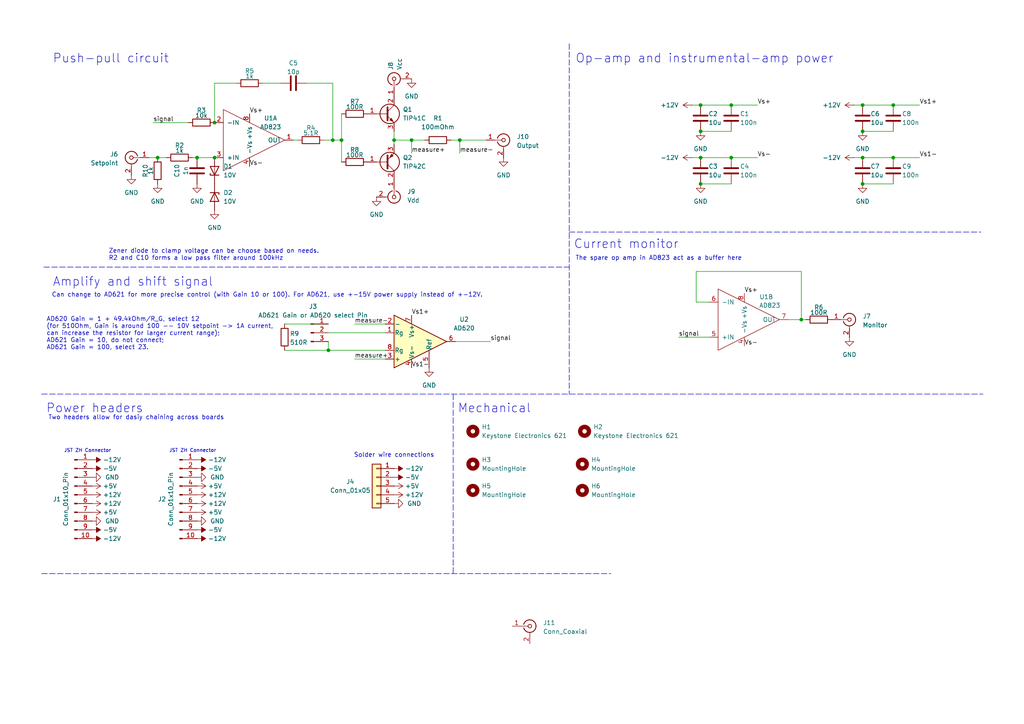
<source format=kicad_sch>
(kicad_sch (version 20250114) (generator "eeschema") (generator_version "9.0")
  (paper "A4")
  (title_block (title "???") (comment 1 "Designed by Jack Roth") (comment 2 "Compatible with Hammond Manufacturing series 1457"))
  (lib_symbols
    (symbol "Amplifier_Instrumentation:AD620" (pin_names (offset 0.127))
      (property "Reference" "U" (at 3.81 7.62 0))
      (property "Value" "AD620" (at 5.08 5.08 0))
      (symbol "AD620_0_1"
        (polyline (pts (xy -7.62 7.62) (xy -7.62 -7.62) (xy 7.62 0) (xy -7.62 7.62)) (stroke (width 0.254)) (fill (type background)))
      )
      (symbol "AD620_1_1"
        (pin input line (at -10.16 5.08 0) (length 2.54) (name "-") (number "2"))
        (pin passive line (at -10.16 2.54 0) (length 2.54) (name "Rg") (number "1"))
        (pin passive line (at -10.16 -2.54 0) (length 2.54) (name "Rg") (number "8"))
        (pin input line (at -10.16 -5.08 0) (length 2.54) (name "+") (number "3"))
        (pin power_in line (at -2.54 7.62 270) (length 2.54) (name "Vs+") (number "7"))
        (pin power_in line (at -2.54 -7.62 90) (length 2.54) (name "Vs-") (number "4"))
        (pin passive line (at 2.54 -7.62 90) (length 5.08) (name "Ref") (number "5"))
        (pin output line (at 10.16 0 180) (length 2.54) (name "~") (number "6"))
      )
    )
    (symbol "Connector:Conn_01x03_Pin" (pin_names (offset 1.016) (hide yes))
      (property "Reference" "J" (at 0 5.08 0))
      (property "Value" "Conn_01x03_Pin" (at 0 -5.08 0))
      (symbol "Conn_01x03_Pin_1_1"
        (rectangle (start 0.8636 2.667) (end 0 2.413) (stroke (width 0.1524)) (fill (type outline)))
        (rectangle (start 0.8636 0.127) (end 0 -0.127) (stroke (width 0.1524)) (fill (type outline)))
        (rectangle (start 0.8636 -2.413) (end 0 -2.667) (stroke (width 0.1524)) (fill (type outline)))
        (polyline (pts (xy 1.27 2.54) (xy 0.8636 2.54)) (stroke (width 0.1524)))
        (polyline (pts (xy 1.27 0) (xy 0.8636 0)) (stroke (width 0.1524)))
        (polyline (pts (xy 1.27 -2.54) (xy 0.8636 -2.54)) (stroke (width 0.1524)))
        (pin passive line (at 5.08 2.54 180) (length 3.81) (name "Pin_1") (number "1"))
        (pin passive line (at 5.08 0 180) (length 3.81) (name "Pin_2") (number "2"))
        (pin passive line (at 5.08 -2.54 180) (length 3.81) (name "Pin_3") (number "3"))
      )
    )
    (symbol "Connector:Conn_01x10_Pin" (pin_names (offset 1.016) (hide yes))
      (property "Reference" "J" (at 0 12.7 0))
      (property "Value" "Conn_01x10_Pin" (at 0 -15.24 0))
      (symbol "Conn_01x10_Pin_1_1"
        (rectangle (start 0.8636 10.287) (end 0 10.033) (stroke (width 0.1524)) (fill (type outline)))
        (rectangle (start 0.8636 7.747) (end 0 7.493) (stroke (width 0.1524)) (fill (type outline)))
        (rectangle (start 0.8636 5.207) (end 0 4.953) (stroke (width 0.1524)) (fill (type outline)))
        (rectangle (start 0.8636 2.667) (end 0 2.413) (stroke (width 0.1524)) (fill (type outline)))
        (rectangle (start 0.8636 0.127) (end 0 -0.127) (stroke (width 0.1524)) (fill (type outline)))
        (rectangle (start 0.8636 -2.413) (end 0 -2.667) (stroke (width 0.1524)) (fill (type outline)))
        (rectangle (start 0.8636 -4.953) (end 0 -5.207) (stroke (width 0.1524)) (fill (type outline)))
        (rectangle (start 0.8636 -7.493) (end 0 -7.747) (stroke (width 0.1524)) (fill (type outline)))
        (rectangle (start 0.8636 -10.033) (end 0 -10.287) (stroke (width 0.1524)) (fill (type outline)))
        (rectangle (start 0.8636 -12.573) (end 0 -12.827) (stroke (width 0.1524)) (fill (type outline)))
        (polyline (pts (xy 1.27 10.16) (xy 0.8636 10.16)) (stroke (width 0.1524)))
        (polyline (pts (xy 1.27 7.62) (xy 0.8636 7.62)) (stroke (width 0.1524)))
        (polyline (pts (xy 1.27 5.08) (xy 0.8636 5.08)) (stroke (width 0.1524)))
        (polyline (pts (xy 1.27 2.54) (xy 0.8636 2.54)) (stroke (width 0.1524)))
        (polyline (pts (xy 1.27 0) (xy 0.8636 0)) (stroke (width 0.1524)))
        (polyline (pts (xy 1.27 -2.54) (xy 0.8636 -2.54)) (stroke (width 0.1524)))
        (polyline (pts (xy 1.27 -5.08) (xy 0.8636 -5.08)) (stroke (width 0.1524)))
        (polyline (pts (xy 1.27 -7.62) (xy 0.8636 -7.62)) (stroke (width 0.1524)))
        (polyline (pts (xy 1.27 -10.16) (xy 0.8636 -10.16)) (stroke (width 0.1524)))
        (polyline (pts (xy 1.27 -12.7) (xy 0.8636 -12.7)) (stroke (width 0.1524)))
        (pin passive line (at 5.08 10.16 180) (length 3.81) (name "Pin_1") (number "1"))
        (pin passive line (at 5.08 7.62 180) (length 3.81) (name "Pin_2") (number "2"))
        (pin passive line (at 5.08 5.08 180) (length 3.81) (name "Pin_3") (number "3"))
        (pin passive line (at 5.08 2.54 180) (length 3.81) (name "Pin_4") (number "4"))
        (pin passive line (at 5.08 0 180) (length 3.81) (name "Pin_5") (number "5"))
        (pin passive line (at 5.08 -2.54 180) (length 3.81) (name "Pin_6") (number "6"))
        (pin passive line (at 5.08 -5.08 180) (length 3.81) (name "Pin_7") (number "7"))
        (pin passive line (at 5.08 -7.62 180) (length 3.81) (name "Pin_8") (number "8"))
        (pin passive line (at 5.08 -10.16 180) (length 3.81) (name "Pin_9") (number "9"))
        (pin passive line (at 5.08 -12.7 180) (length 3.81) (name "Pin_10") (number "10"))
      )
    )
    (symbol "Connector:Conn_Coaxial" (pin_names (offset 1.016) (hide yes))
      (property "Reference" "J" (at 0.254 3.048 0))
      (property "Value" "Conn_Coaxial" (at 2.921 0 90))
      (symbol "Conn_Coaxial_0_1"
        (polyline (pts (xy -2.54 0) (xy -0.508 0)))
        (arc (start 1.778 0) (mid 0.222 -1.8079) (end -1.778 -0.508) (stroke (width 0.254)))
        (arc (start -1.778 0.508) (mid 0.2221 1.8084) (end 1.778 0) (stroke (width 0.254)))
        (circle (center 0 0) (radius 0.508) (stroke (width 0.2032)))
        (polyline (pts (xy 0 -2.54) (xy 0 -1.778)))
      )
      (symbol "Conn_Coaxial_1_1"
        (pin passive line (at -5.08 0 0) (length 2.54) (name "In") (number "1"))
        (pin passive line (at 0 -5.08 90) (length 2.54) (name "Ext") (number "2"))
      )
    )
    (symbol "Connector_Generic:Conn_01x05" (pin_names (offset 1.016) (hide yes))
      (property "Reference" "J" (at 0 7.62 0))
      (property "Value" "Conn_01x05" (at 0 -7.62 0))
      (symbol "Conn_01x05_1_1"
        (rectangle (start -1.27 6.35) (end 1.27 -6.35) (stroke (width 0.254)) (fill (type background)))
        (rectangle (start -1.27 5.207) (end 0 4.953) (stroke (width 0.1524)))
        (rectangle (start -1.27 2.667) (end 0 2.413) (stroke (width 0.1524)))
        (rectangle (start -1.27 0.127) (end 0 -0.127) (stroke (width 0.1524)))
        (rectangle (start -1.27 -2.413) (end 0 -2.667) (stroke (width 0.1524)))
        (rectangle (start -1.27 -4.953) (end 0 -5.207) (stroke (width 0.1524)))
        (pin passive line (at -5.08 5.08 0) (length 3.81) (name "Pin_1") (number "1"))
        (pin passive line (at -5.08 2.54 0) (length 3.81) (name "Pin_2") (number "2"))
        (pin passive line (at -5.08 0 0) (length 3.81) (name "Pin_3") (number "3"))
        (pin passive line (at -5.08 -2.54 0) (length 3.81) (name "Pin_4") (number "4"))
        (pin passive line (at -5.08 -5.08 0) (length 3.81) (name "Pin_5") (number "5"))
      )
    )
    (symbol "Device:C" (pin_numbers (hide yes)) (pin_names (offset 0.254))
      (property "Reference" "C" (at 0.635 2.54 0))
      (property "Value" "C" (at 0.635 -2.54 0))
      (symbol "C_0_1"
        (polyline (pts (xy -2.032 0.762) (xy 2.032 0.762)) (stroke (width 0.508)))
        (polyline (pts (xy -2.032 -0.762) (xy 2.032 -0.762)) (stroke (width 0.508)))
      )
      (symbol "C_1_1"
        (pin passive line (at 0 3.81 270) (length 2.794) (name "~") (number "1"))
        (pin passive line (at 0 -3.81 90) (length 2.794) (name "~") (number "2"))
      )
    )
    (symbol "Device:D_Zener" (pin_numbers (hide yes)) (pin_names (offset 1.016) (hide yes))
      (property "Reference" "D" (at 0 2.54 0))
      (property "Value" "D_Zener" (at 0 -2.54 0))
      (symbol "D_Zener_0_1"
        (polyline (pts (xy -1.27 -1.27) (xy -1.27 1.27) (xy -0.762 1.27)) (stroke (width 0.254)))
        (polyline (pts (xy 1.27 0) (xy -1.27 0)))
        (polyline (pts (xy 1.27 -1.27) (xy 1.27 1.27) (xy -1.27 0) (xy 1.27 -1.27)) (stroke (width 0.254)))
      )
      (symbol "D_Zener_1_1"
        (pin passive line (at -3.81 0 0) (length 2.54) (name "K") (number "1"))
        (pin passive line (at 3.81 0 180) (length 2.54) (name "A") (number "2"))
      )
    )
    (symbol "Device:R" (pin_numbers (hide yes)) (pin_names (offset 0))
      (property "Reference" "R" (at 2.032 0 90))
      (property "Value" "R" (at 0 0 90))
      (symbol "R_0_1"
        (rectangle (start -1.016 -2.54) (end 1.016 2.54) (stroke (width 0.254)))
      )
      (symbol "R_1_1"
        (pin passive line (at 0 3.81 270) (length 1.27) (name "~") (number "1"))
        (pin passive line (at 0 -3.81 90) (length 1.27) (name "~") (number "2"))
      )
    )
    (symbol "Mechanical:MountingHole" (pin_names (offset 1.016)) (exclude_from_sim yes) (in_bom no)
      (property "Reference" "H" (at 0 5.08 0))
      (property "Value" "MountingHole" (at 0 3.175 0))
      (symbol "MountingHole_0_1"
        (circle (center 0 0) (radius 1.27) (stroke (width 1.27)))
      )
    )
    (symbol "Transistor_BJT:TIP41C" (pin_names (offset 0) (hide yes))
      (property "Reference" "Q" (at 6.35 1.905 0))
      (property "Value" "TIP41C" (at 6.35 0 0))
      (symbol "TIP41C_0_1"
        (polyline (pts (xy -2.54 0) (xy 0.635 0)))
        (polyline (pts (xy 0.635 1.905) (xy 0.635 -1.905)) (stroke (width 0.508)))
        (circle (center 1.27 0) (radius 2.8194) (stroke (width 0.254)))
      )
      (symbol "TIP41C_1_1"
        (polyline (pts (xy 0.635 0.635) (xy 2.54 2.54)))
        (polyline (pts (xy 0.635 -0.635) (xy 2.54 -2.54)))
        (polyline (pts (xy 1.27 -1.778) (xy 1.778 -1.27) (xy 2.286 -2.286) (xy 1.27 -1.778)) (fill (type outline)))
        (pin input line (at -5.08 0 0) (length 2.54) (name "B") (number "1"))
        (pin passive line (at 2.54 5.08 270) (length 2.54) (name "C") (number "2"))
        (pin passive line (at 2.54 -5.08 90) (length 2.54) (name "E") (number "3"))
      )
    )
    (symbol "Transistor_BJT:TIP42C" (pin_names (offset 0) (hide yes))
      (property "Reference" "Q" (at 6.35 1.905 0))
      (property "Value" "TIP42C" (at 6.35 0 0))
      (symbol "TIP42C_0_1"
        (polyline (pts (xy -2.54 0) (xy 0.635 0)))
        (polyline (pts (xy 0.635 1.905) (xy 0.635 -1.905)) (stroke (width 0.508)))
        (polyline (pts (xy 0.635 0.635) (xy 2.54 2.54)))
        (polyline (pts (xy 0.635 -0.635) (xy 2.54 -2.54)))
        (circle (center 1.27 0) (radius 2.8194) (stroke (width 0.254)))
        (polyline (pts (xy 2.286 -1.778) (xy 1.778 -2.286) (xy 1.27 -1.27) (xy 2.286 -1.778)) (fill (type outline)))
      )
      (symbol "TIP42C_1_1"
        (pin input line (at -5.08 0 0) (length 2.54) (name "B") (number "1"))
        (pin passive line (at 2.54 5.08 270) (length 2.54) (name "C") (number "2"))
        (pin passive line (at 2.54 -5.08 90) (length 2.54) (name "E") (number "3"))
      )
    )
    (symbol "matterwaves_symbol:AD823" (pin_names (offset 1.016))
      (property "Reference" "U" (at -11.43 1.27 0))
      (property "Value" "AD823" (at -11.43 -1.27 0))
      (symbol "AD823_0_1"
        (polyline (pts (xy 10.16 0) (xy -7.62 -8.89) (xy -7.62 8.89) (xy 10.16 0)))
        (pin passive line (at 0 7.62 270) (length 2.54) (name "+Vs") (number "8"))
        (pin passive line (at 0 -7.62 90) (length 2.54) (name "-Vs") (number "4"))
      )
      (symbol "AD823_1_1"
        (pin passive line (at -10.16 5.08 0) (length 2.54) (name "-IN") (number "2"))
        (pin passive line (at -10.16 -5.08 0) (length 2.54) (name "+IN") (number "3"))
        (pin passive line (at 12.7 0 180) (length 2.54) (name "OUT") (number "1"))
      )
      (symbol "AD823_2_1"
        (pin passive line (at -10.16 5.08 0) (length 2.54) (name "-IN") (number "6"))
        (pin passive line (at -10.16 -5.08 0) (length 2.54) (name "+IN") (number "5"))
        (pin passive line (at 12.7 0 180) (length 2.54) (name "OUT") (number "7"))
      )
    )
    (symbol "power:+12V" (power) (pin_numbers (hide yes)) (pin_names (offset 0) (hide yes))
      (property "Value" "+12V" (at 0 3.556 0))
      (symbol "+12V_0_1"
        (polyline (pts (xy -0.762 1.27) (xy 0 2.54)))
        (polyline (pts (xy 0 2.54) (xy 0.762 1.27)))
        (polyline (pts (xy 0 0) (xy 0 2.54)))
      )
      (symbol "+12V_1_1"
        (pin power_in line (at 0 0 90) (length 0) (name "~") (number "1"))
      )
    )
    (symbol "power:+5V" (power) (pin_numbers (hide yes)) (pin_names (offset 0) (hide yes))
      (property "Value" "+5V" (at 0 3.556 0))
      (symbol "+5V_0_1"
        (polyline (pts (xy -0.762 1.27) (xy 0 2.54)))
        (polyline (pts (xy 0 2.54) (xy 0.762 1.27)))
        (polyline (pts (xy 0 0) (xy 0 2.54)))
      )
      (symbol "+5V_1_1"
        (pin power_in line (at 0 0 90) (length 0) (name "~") (number "1"))
      )
    )
    (symbol "power:-12V" (power) (pin_numbers (hide yes)) (pin_names (offset 0) (hide yes))
      (property "Value" "-12V" (at 0 3.556 0))
      (symbol "-12V_0_0"
        (pin power_in line (at 0 0 90) (length 0) (name "~") (number "1"))
      )
      (symbol "-12V_0_1"
        (polyline (pts (xy 0 0) (xy 0 1.27) (xy 0.762 1.27) (xy 0 2.54) (xy -0.762 1.27) (xy 0 1.27)) (fill (type outline)))
      )
    )
    (symbol "power:-5V" (power) (pin_numbers (hide yes)) (pin_names (offset 0) (hide yes))
      (property "Value" "-5V" (at 0 3.556 0))
      (symbol "-5V_0_0"
        (pin power_in line (at 0 0 90) (length 0) (name "~") (number "1"))
      )
      (symbol "-5V_0_1"
        (polyline (pts (xy 0 0) (xy 0 1.27) (xy 0.762 1.27) (xy 0 2.54) (xy -0.762 1.27) (xy 0 1.27)) (fill (type outline)))
      )
    )
    (symbol "power:GND" (power) (pin_numbers (hide yes)) (pin_names (offset 0) (hide yes))
      (property "Value" "GND" (at 0 -3.81 0))
      (symbol "GND_0_1"
        (polyline (pts (xy 0 0) (xy 0 -1.27) (xy 1.27 -1.27) (xy 0 -2.54) (xy -1.27 -1.27) (xy 0 -1.27)))
      )
      (symbol "GND_1_1"
        (pin power_in line (at 0 0 270) (length 0) (name "~") (number "1"))
      )
    )
  )
  (text "Solder wire connections" (at 114.3 132.08 0) (effects (font (size 1.27 1.27))))
  (text "Amplify and shift signal" (at 15.24 83.312 0) (effects (font (size 2.54 2.54)) (justify left bottom)))
  (text "The spare op amp in AD823 act as a buffer here" (at 166.878 75.692 0) (effects (font (size 1.27 1.27)) (justify left bottom)))
  (text "AD620 Gain = 1 + 49.4kOhm/R_G, select 12\n(for 510Ohm, Gain is around 100 -- 10V setpoint -> 1A current, \ncan increase the resistor for larger current range);\nAD621 Gain = 10, do not connect;\nAD621 Gain = 100, select 23." (at 13.462 101.6 0) (effects (font (size 1.27 1.27)) (justify left bottom)))
  (text "Push-pull circuit" (at 15.24 18.542 0) (effects (font (size 2.54 2.54)) (justify left bottom)))
  (text "Mechanical" (at 132.715 120.015 0) (effects (font (size 2.54 2.54)) (justify left bottom)))
  (text "Zener diode to clamp voltage can be choose based on needs.\nR2 and C10 forms a low pass filter around 100kHz" (at 31.496 75.692 0) (effects (font (size 1.27 1.27)) (justify left bottom)))
  (text "JST ZH Connector" (at 55.88 130.81 0) (effects (font (size 1 1))))
  (text "Op-amp and instrumental-amp power" (at 166.878 18.542 0) (effects (font (size 2.54 2.54)) (justify left bottom)))
  (text "Power headers" (at 13.335 120.015 0) (effects (font (size 2.54 2.54)) (justify left bottom)))
  (text "Two headers allow for dasiy chaining across boards" (at 13.97 121.92 0) (effects (font (size 1.27 1.27)) (justify left bottom)))
  (text "Can change to AD621 for more precise control (with Gain 10 or 100). For AD621, use +-15V power supply instead of +-12V." (at 14.986 86.36 0) (effects (font (size 1.27 1.27)) (justify left bottom)))
  (text "Current monitor" (at 166.37 72.39 0) (effects (font (size 2.54 2.54)) (justify left bottom)))
  (text "JST ZH Connector" (at 25.4 130.81 0) (effects (font (size 1 1))))
  (junction (at 212.09 45.72))
  (junction (at 203.2 38.1))
  (junction (at 114.3 40.64))
  (junction (at 57.15 45.72))
  (junction (at 62.23 45.72))
  (junction (at 212.09 30.48))
  (junction (at 259.08 30.48))
  (junction (at 203.2 45.72))
  (junction (at 250.19 45.72))
  (junction (at 203.2 53.34))
  (junction (at 133.35 40.64))
  (junction (at 250.19 38.1))
  (junction (at 259.08 45.72))
  (junction (at 119.38 40.64))
  (junction (at 250.19 30.48))
  (junction (at 45.72 45.72))
  (junction (at 203.2 30.48))
  (junction (at 99.06 40.64))
  (junction (at 232.41 92.71))
  (junction (at 95.25 101.6))
  (junction (at 62.23 35.56))
  (junction (at 96.52 40.64))
  (junction (at 250.19 53.34))
  (wire (pts (xy 119.38 40.64) (xy 123.19 40.64)))
  (wire (pts (xy 44.45 35.56) (xy 54.61 35.56)))
  (wire (pts (xy 102.87 104.14) (xy 111.76 104.14)))
  (wire (pts (xy 133.35 40.64) (xy 140.97 40.64)))
  (wire (pts (xy 250.19 38.1) (xy 259.08 38.1)))
  (polyline (pts (xy 12.065 166.37) (xy 177.165 166.37)) (stroke (width 0) (type dash)))
  (polyline (pts (xy 165.1 12.7) (xy 165.1 114.3)) (stroke (width 0) (type dash)))
  (wire (pts (xy 95.25 96.52) (xy 111.76 96.52)))
  (polyline (pts (xy 165.1 67.31) (xy 284.48 67.31)) (stroke (width 0) (type dash)))
  (wire (pts (xy 266.7 30.48) (xy 259.08 30.48)))
  (wire (pts (xy 250.19 30.48) (xy 247.65 30.48)))
  (wire (pts (xy 81.28 24.13) (xy 76.2 24.13)))
  (wire (pts (xy 119.38 44.45) (xy 119.38 40.64)))
  (wire (pts (xy 219.71 30.48) (xy 212.09 30.48)))
  (wire (pts (xy 201.93 87.63) (xy 201.93 78.74)))
  (wire (pts (xy 95.25 101.6) (xy 111.76 101.6)))
  (wire (pts (xy 99.06 33.02) (xy 99.06 40.64)))
  (wire (pts (xy 228.6 92.71) (xy 232.41 92.71)))
  (wire (pts (xy 130.81 40.64) (xy 133.35 40.64)))
  (wire (pts (xy 85.09 40.64) (xy 86.36 40.64)))
  (wire (pts (xy 196.85 97.79) (xy 205.74 97.79)))
  (wire (pts (xy 99.06 40.64) (xy 99.06 46.99)))
  (wire (pts (xy 114.3 40.64) (xy 119.38 40.64)))
  (wire (pts (xy 102.87 93.98) (xy 111.76 93.98)))
  (polyline (pts (xy 12.7 77.47) (xy 165.1 77.47)) (stroke (width 0) (type dash)))
  (polyline (pts (xy 131.445 114.3) (xy 131.445 166.37)) (stroke (width 0) (type dash)))
  (wire (pts (xy 82.55 101.6) (xy 95.25 101.6)))
  (polyline (pts (xy 12.065 114.3) (xy 285.115 114.3)) (stroke (width 0) (type dash)))
  (wire (pts (xy 133.35 44.45) (xy 133.35 40.64)))
  (wire (pts (xy 88.9 24.13) (xy 96.52 24.13)))
  (wire (pts (xy 203.2 38.1) (xy 212.09 38.1)))
  (wire (pts (xy 212.09 30.48) (xy 203.2 30.48)))
  (wire (pts (xy 232.41 78.74) (xy 232.41 92.71)))
  (wire (pts (xy 259.08 45.72) (xy 250.19 45.72)))
  (wire (pts (xy 212.09 45.72) (xy 203.2 45.72)))
  (wire (pts (xy 95.25 99.06) (xy 95.25 101.6)))
  (wire (pts (xy 62.23 24.13) (xy 68.58 24.13)))
  (wire (pts (xy 142.24 99.06) (xy 132.08 99.06)))
  (wire (pts (xy 43.18 45.72) (xy 45.72 45.72)))
  (wire (pts (xy 233.68 92.71) (xy 232.41 92.71)))
  (wire (pts (xy 96.52 40.64) (xy 99.06 40.64)))
  (wire (pts (xy 250.19 45.72) (xy 247.65 45.72)))
  (wire (pts (xy 259.08 30.48) (xy 250.19 30.48)))
  (wire (pts (xy 96.52 24.13) (xy 96.52 40.64)))
  (wire (pts (xy 55.88 45.72) (xy 57.15 45.72)))
  (wire (pts (xy 250.19 53.34) (xy 259.08 53.34)))
  (wire (pts (xy 62.23 35.56) (xy 62.23 24.13)))
  (wire (pts (xy 201.93 78.74) (xy 232.41 78.74)))
  (wire (pts (xy 114.3 38.1) (xy 114.3 40.64)))
  (wire (pts (xy 219.71 45.72) (xy 212.09 45.72)))
  (wire (pts (xy 203.2 45.72) (xy 200.66 45.72)))
  (wire (pts (xy 45.72 45.72) (xy 48.26 45.72)))
  (wire (pts (xy 57.15 45.72) (xy 62.23 45.72)))
  (wire (pts (xy 266.7 45.72) (xy 259.08 45.72)))
  (wire (pts (xy 82.55 93.98) (xy 95.25 93.98)))
  (wire (pts (xy 203.2 30.48) (xy 200.66 30.48)))
  (wire (pts (xy 114.3 40.64) (xy 114.3 41.91)))
  (wire (pts (xy 96.52 40.64) (xy 93.98 40.64)))
  (wire (pts (xy 203.2 53.34) (xy 212.09 53.34)))
  (wire (pts (xy 205.74 87.63) (xy 201.93 87.63)))
  (label "Vs1-" (at 266.7 45.72 0))
  (label "signal" (at 196.85 97.79 0))
  (label "Vs-" (at 215.9 100.33 0))
  (label "Vs+" (at 215.9 85.09 0))
  (label "Vs-" (at 72.39 48.26 0))
  (label "Vs-" (at 219.71 45.72 0))
  (label "measure+" (at 119.38 44.45 0))
  (label "signal" (at 142.24 99.06 0))
  (label "Vs1+" (at 266.7 30.48 0))
  (label "Vs+" (at 219.71 30.48 0))
  (label "measure+" (at 102.87 104.14 0))
  (label "signal" (at 44.45 35.56 0))
  (label "Vs1-" (at 119.38 106.68 0))
  (label "measure-" (at 102.87 93.98 0))
  (label "measure-" (at 133.35 44.45 0))
  (label "Vs+" (at 72.39 33.02 0))
  (label "Vs1+" (at 119.38 91.44 0))
  (symbol (lib_id "power:-12V") (at 114.3 135.89 270) (unit 1)
    (property "Reference" "#PWR023" (effects (hide yes)))
    (property "Value" "-12V" (at 117.475 135.89 90) (effects (justify left)))
    (property "Description" "Power symbol creates a global label with name \"-12V\"" (effects (hide yes)))
  )
  (symbol (lib_id "power:GND") (at 250.19 38.1 0) (unit 1)
    (property "Reference" "#PWR043" (effects (hide yes)))
    (property "Value" "GND" (at 250.19 43.18 0))
    (property "Description" "Power symbol creates a global label with name \"GND\" , ground" (effects (hide yes)))
  )
  (symbol (lib_id "Device:R") (at 102.87 46.99 90) (unit 1)
    (property "Reference" "R8" (at 102.87 43.434 90))
    (property "Value" "100R" (at 102.87 44.958 90))
    (property "Footprint" "Resistor_THT:R_Axial_DIN0207_L6.3mm_D2.5mm_P10.16mm_Horizontal" (effects (hide yes)))
    (property "Description" "Resistor" (effects (hide yes)))
    (property "LCSC" "C57438" (effects (hide yes)))
  )
  (symbol (lib_id "Mechanical:MountingHole") (at 137.16 134.62 0) (unit 1) (exclude_from_sim yes) (in_bom no)
    (property "Reference" "H3" (at 139.7 133.3499 0) (effects (justify left)))
    (property "Value" "MountingHole" (at 139.7 135.8899 0) (effects (justify left)))
    (property "Footprint" "MountingHole:MountingHole_3.2mm_M3" (effects (hide yes)))
    (property "Description" "Mounting Hole without connection" (effects (hide yes)))
  )
  (symbol (lib_id "Transistor_BJT:TIP41C") (at 111.76 33.02 0) (unit 1)
    (property "Reference" "Q1" (at 116.84 31.7499 0) (effects (justify left)))
    (property "Value" "TIP41C" (at 116.84 34.2899 0) (effects (justify left)))
    (property "Footprint" "Package_TO_SOT_THT:TO-220-3_Vertical" (effects (hide yes)))
    (property "Datasheet" "https://www.centralsemi.com/get_document.php?cmp=1&mergetype=pd&mergepath=pd&pdf_id=tip41.PDF" (effects (hide yes)))
    (property "Description" "6A Ic, 100V Vce, Power NPN Transistor, TO-220" (effects (hide yes)))
    (property "LCSC" "C92310" (effects (hide yes)))
  )
  (symbol (lib_id "power:-12V") (at 57.15 156.21 270) (unit 1)
    (property "Reference" "#PWR020" (effects (hide yes)))
    (property "Value" "-12V" (at 60.325 156.21 90) (effects (justify left)))
    (property "Description" "Power symbol creates a global label with name \"-12V\"" (effects (hide yes)))
  )
  (symbol (lib_id "Device:R") (at 127 40.64 90) (unit 1)
    (property "Reference" "R1" (at 127 34.29 90))
    (property "Value" "100mOhm" (at 127 36.83 90))
    (property "Footprint" "Resistor_SMD:R_2512_6332Metric" (effects (hide yes)))
    (property "Description" "Resistor" (effects (hide yes)))
    (property "LCSC" "C500724" (effects (hide yes)))
  )
  (symbol (lib_id "power:GND") (at 114.3 146.05 90) (unit 1)
    (property "Reference" "#PWR027" (effects (hide yes)))
    (property "Value" "GND" (at 118.11 146.05 90) (effects (justify right)))
    (property "Description" "Power symbol creates a global label with name \"GND\" , ground" (effects (hide yes)))
  )
  (symbol (lib_id "power:+12V") (at 26.67 146.05 270) (unit 1)
    (property "Reference" "#PWR06" (effects (hide yes)))
    (property "Value" "+12V" (at 29.845 146.05 90) (effects (justify left)))
    (property "Description" "Power symbol creates a global label with name \"+12V\"" (effects (hide yes)))
  )
  (symbol (lib_id "power:GND") (at 38.1 50.8 0) (unit 1)
    (property "Reference" "#PWR033" (effects (hide yes)))
    (property "Value" "GND" (at 38.1 55.88 0))
    (property "Description" "Power symbol creates a global label with name \"GND\" , ground" (effects (hide yes)))
  )
  (symbol (lib_id "power:GND") (at 57.15 151.13 90) (unit 1)
    (property "Reference" "#PWR018" (effects (hide yes)))
    (property "Value" "GND" (at 60.96 151.13 90) (effects (justify right)))
    (property "Description" "Power symbol creates a global label with name \"GND\" , ground" (effects (hide yes)))
  )
  (symbol (lib_id "Mechanical:MountingHole") (at 169.545 125.095 0) (unit 1)
    (property "Reference" "H2" (at 172.085 123.825 0) (effects (justify left)))
    (property "Value" "Keystone Electronics 621" (at 172.085 126.365 0) (effects (justify left)))
    (property "Footprint" "matterwaves:Keystone 621" (effects (hide yes)))
    (property "Description" "Mounting Hole without connection" (effects (hide yes)))
    (property "Digikey PN" "36-621-ND" (effects (hide yes)))
  )
  (symbol (lib_id "power:GND") (at 62.23 60.96 0) (unit 1)
    (property "Reference" "#PWR035" (effects (hide yes)))
    (property "Value" "GND" (at 62.23 66.04 0))
    (property "Description" "Power symbol creates a global label with name \"GND\" , ground" (effects (hide yes)))
  )
  (symbol (lib_id "Device:R") (at 82.55 97.79 0) (unit 1)
    (property "Reference" "R9" (at 84.074 96.774 0) (effects (justify left)))
    (property "Value" "510R" (at 84.074 99.314 0) (effects (justify left)))
    (property "Footprint" "Resistor_THT:R_Axial_DIN0207_L6.3mm_D2.5mm_P10.16mm_Horizontal" (effects (hide yes)))
    (property "Datasheet" "C58602" (effects (hide yes)))
    (property "Description" "Resistor" (effects (hide yes)))
  )
  (symbol (lib_id "power:+5V") (at 26.67 140.97 270) (unit 1)
    (property "Reference" "#PWR04" (effects (hide yes)))
    (property "Value" "+5V" (at 29.845 140.97 90) (effects (justify left)))
    (property "Description" "Power symbol creates a global label with name \"+5V\"" (effects (hide yes)))
  )
  (symbol (lib_id "Device:R") (at 90.17 40.64 90) (unit 1)
    (property "Reference" "R4" (at 90.17 37.084 90))
    (property "Value" "5.1R" (at 90.17 38.608 90))
    (property "Footprint" "Resistor_THT:R_Axial_DIN0207_L6.3mm_D2.5mm_P10.16mm_Horizontal" (effects (hide yes)))
    (property "Description" "Resistor" (effects (hide yes)))
    (property "LCSC" "C58639" (effects (hide yes)))
  )
  (symbol (lib_id "Device:C") (at 203.2 34.29 0) (unit 1)
    (property "Reference" "C2" (at 205.486 33.02 0) (effects (justify left)))
    (property "Value" "10u" (at 205.486 35.56 0) (effects (justify left)))
    (property "Footprint" "Capacitor_THT:C_Disc_D4.3mm_W1.9mm_P5.00mm" (effects (hide yes)))
    (property "Description" "Unpolarized capacitor" (effects (hide yes)))
  )
  (symbol (lib_id "Device:C") (at 57.15 49.53 180) (unit 1)
    (property "Reference" "C10" (at 51.308 49.53 90))
    (property "Value" "1n" (at 53.848 49.53 90))
    (property "Footprint" "Capacitor_THT:C_Disc_D5.0mm_W2.5mm_P5.00mm" (effects (hide yes)))
    (property "Description" "Unpolarized capacitor" (effects (hide yes)))
    (property "LCSC" "C123155" (effects (hide yes)))
  )
  (symbol (lib_id "power:GND") (at 250.19 53.34 0) (unit 1)
    (property "Reference" "#PWR044" (effects (hide yes)))
    (property "Value" "GND" (at 250.19 58.42 0))
    (property "Description" "Power symbol creates a global label with name \"GND\" , ground" (effects (hide yes)))
  )
  (symbol (lib_id "Device:C") (at 85.09 24.13 90) (unit 1)
    (property "Reference" "C5" (at 85.09 18.288 90))
    (property "Value" "10p" (at 85.09 20.828 90))
    (property "Footprint" "Capacitor_THT:C_Disc_D5.0mm_W2.5mm_P5.00mm" (effects (hide yes)))
    (property "Description" "Unpolarized capacitor" (effects (hide yes)))
    (property "LCSC" "C123155" (effects (hide yes)))
  )
  (symbol (lib_id "power:+12V") (at 57.15 143.51 270) (unit 1)
    (property "Reference" "#PWR015" (effects (hide yes)))
    (property "Value" "+12V" (at 60.325 143.51 90) (effects (justify left)))
    (property "Description" "Power symbol creates a global label with name \"+12V\"" (effects (hide yes)))
  )
  (symbol (lib_id "power:GND") (at 146.05 45.72 0) (unit 1)
    (property "Reference" "#PWR045" (effects (hide yes)))
    (property "Value" "GND" (at 146.05 50.8 0))
    (property "Description" "Power symbol creates a global label with name \"GND\" , ground" (effects (hide yes)))
  )
  (symbol (lib_id "Connector:Conn_Coaxial") (at 146.05 40.64 0) (unit 1)
    (property "Reference" "J10" (at 149.86 39.6631 0) (effects (justify left)))
    (property "Value" "Output" (at 149.86 42.2031 0) (effects (justify left)))
    (property "Footprint" "Connector_Coaxial:SMA_Molex_73251-1153_EdgeMount_Horizontal" (effects (hide yes)))
    (property "Description" "coaxial connector (BNC, SMA, SMB, SMC, Cinch/RCA, LEMO, ...)" (effects (hide yes)))
    (property "Digikey PN" "900-0732511153-ND" (effects (hide yes)))
  )
  (symbol (lib_id "Connector:Conn_Coaxial") (at 246.38 92.71 0) (unit 1)
    (property "Reference" "J7" (at 250.19 91.7331 0) (effects (justify left)))
    (property "Value" "Monitor" (at 250.19 94.2731 0) (effects (justify left)))
    (property "Footprint" "Connector_Coaxial:SMA_Molex_73251-1153_EdgeMount_Horizontal" (effects (hide yes)))
    (property "Description" "coaxial connector (BNC, SMA, SMB, SMC, Cinch/RCA, LEMO, ...)" (effects (hide yes)))
    (property "Digikey PN" "900-0732511153-ND" (effects (hide yes)))
  )
  (symbol (lib_id "power:GND") (at 26.67 138.43 90) (unit 1)
    (property "Reference" "#PWR03" (effects (hide yes)))
    (property "Value" "GND" (at 30.48 138.43 90) (effects (justify right)))
    (property "Description" "Power symbol creates a global label with name \"GND\" , ground" (effects (hide yes)))
  )
  (symbol (lib_id "Device:C") (at 259.08 49.53 0) (unit 1)
    (property "Reference" "C9" (at 261.62 48.26 0) (effects (justify left)))
    (property "Value" "100n" (at 261.62 50.8 0) (effects (justify left)))
    (property "Footprint" "Capacitor_THT:C_Disc_D4.3mm_W1.9mm_P5.00mm" (effects (hide yes)))
    (property "Description" "Unpolarized capacitor" (effects (hide yes)))
  )
  (symbol (lib_id "Connector:Conn_01x10_Pin") (at 21.59 143.51 0) (unit 1)
    (property "Reference" "J1" (at 16.51 144.78 0))
    (property "Value" "Conn_01x10_Pin" (at 19.05 144.78 90))
    (property "Footprint" "Connector_JST:JST_ZH_B10B-ZR_1x10_P1.50mm_Vertical" (effects (hide yes)))
    (property "Description" "Generic connector, single row, 01x10, script generated" (effects (hide yes)))
    (property "Digikey PN" "455-S10B-ZR-ND" (effects (hide yes)))
  )
  (symbol (lib_id "Connector_Generic:Conn_01x05") (at 109.22 140.97 0) (mirror y) (unit 1)
    (property "Reference" "J4" (at 101.6 139.7 0))
    (property "Value" "Conn_01x05" (at 101.6 142.24 0))
    (property "Footprint" "Connector_Wire:SolderWire-0.75sqmm_1x05_P4.8mm_D1.25mm_OD2.3mm" (effects (hide yes)))
    (property "Description" "Generic connector, single row, 01x05, script generated (kicad-library-utils/schlib/autogen/connector/)" (effects (hide yes)))
  )
  (symbol (lib_id "Device:C") (at 212.09 49.53 0) (unit 1)
    (property "Reference" "C4" (at 214.63 48.26 0) (effects (justify left)))
    (property "Value" "100n" (at 214.63 50.8 0) (effects (justify left)))
    (property "Footprint" "Capacitor_THT:C_Disc_D4.3mm_W1.9mm_P5.00mm" (effects (hide yes)))
    (property "Description" "Unpolarized capacitor" (effects (hide yes)))
  )
  (symbol (lib_id "power:+5V") (at 57.15 140.97 270) (unit 1)
    (property "Reference" "#PWR014" (effects (hide yes)))
    (property "Value" "+5V" (at 60.325 140.97 90) (effects (justify left)))
    (property "Description" "Power symbol creates a global label with name \"+5V\"" (effects (hide yes)))
  )
  (symbol (lib_id "Device:C") (at 203.2 49.53 0) (unit 1)
    (property "Reference" "C3" (at 205.486 48.26 0) (effects (justify left)))
    (property "Value" "10u" (at 205.486 50.8 0) (effects (justify left)))
    (property "Footprint" "Capacitor_THT:C_Disc_D4.3mm_W1.9mm_P5.00mm" (effects (hide yes)))
    (property "Description" "Unpolarized capacitor" (effects (hide yes)))
  )
  (symbol (lib_id "Device:C") (at 250.19 34.29 0) (unit 1)
    (property "Reference" "C6" (at 252.476 33.02 0) (effects (justify left)))
    (property "Value" "10u" (at 252.476 35.56 0) (effects (justify left)))
    (property "Footprint" "Capacitor_THT:C_Disc_D4.3mm_W1.9mm_P5.00mm" (effects (hide yes)))
    (property "Description" "Unpolarized capacitor" (effects (hide yes)))
  )
  (symbol (lib_id "power:+5V") (at 26.67 148.59 270) (unit 1)
    (property "Reference" "#PWR07" (effects (hide yes)))
    (property "Value" "+5V" (at 29.845 148.59 90) (effects (justify left)))
    (property "Description" "Power symbol creates a global label with name \"+5V\"" (effects (hide yes)))
  )
  (symbol (lib_id "Device:D_Zener") (at 62.23 49.53 90) (unit 1)
    (property "Reference" "D1" (at 64.77 48.2599 90) (effects (justify right)))
    (property "Value" "10V" (at 64.77 50.7999 90) (effects (justify right)))
    (property "Footprint" "Diode_THT:D_DO-35_SOD27_P10.16mm_Horizontal" (effects (hide yes)))
    (property "Description" "Zener diode" (effects (hide yes)))
  )
  (symbol (lib_id "power:GND") (at 109.22 57.15 0) (unit 1)
    (property "Reference" "#PWR029" (effects (hide yes)))
    (property "Value" "GND" (at 109.22 62.23 0))
    (property "Description" "Power symbol creates a global label with name \"GND\" , ground" (effects (hide yes)))
  )
  (symbol (lib_id "power:-5V") (at 26.67 153.67 270) (unit 1)
    (property "Reference" "#PWR09" (effects (hide yes)))
    (property "Value" "-5V" (at 29.845 153.67 90) (effects (justify left)))
    (property "Description" "Power symbol creates a global label with name \"-5V\"" (effects (hide yes)))
  )
  (symbol (lib_id "power:GND") (at 57.15 138.43 90) (unit 1)
    (property "Reference" "#PWR013" (effects (hide yes)))
    (property "Value" "GND" (at 60.96 138.43 90) (effects (justify right)))
    (property "Description" "Power symbol creates a global label with name \"GND\" , ground" (effects (hide yes)))
  )
  (symbol (lib_id "Mechanical:MountingHole") (at 137.16 125.095 0) (unit 1)
    (property "Reference" "H1" (at 139.7 123.825 0) (effects (justify left)))
    (property "Value" "Keystone Electronics 621" (at 139.7 126.365 0) (effects (justify left)))
    (property "Footprint" "matterwaves:Keystone 621" (effects (hide yes)))
    (property "Description" "Mounting Hole without connection" (effects (hide yes)))
    (property "Digikey PN" "36-621-ND" (effects (hide yes)))
  )
  (symbol (lib_id "power:GND") (at 26.67 151.13 90) (unit 1)
    (property "Reference" "#PWR08" (effects (hide yes)))
    (property "Value" "GND" (at 30.48 151.13 90) (effects (justify right)))
    (property "Description" "Power symbol creates a global label with name \"GND\" , ground" (effects (hide yes)))
  )
  (symbol (lib_id "Device:R") (at 102.87 33.02 90) (unit 1)
    (property "Reference" "R7" (at 102.87 29.464 90))
    (property "Value" "100R" (at 102.87 30.988 90))
    (property "Footprint" "Resistor_THT:R_Axial_DIN0207_L6.3mm_D2.5mm_P10.16mm_Horizontal" (effects (hide yes)))
    (property "Description" "Resistor" (effects (hide yes)))
    (property "LCSC" "C57438" (effects (hide yes)))
  )
  (symbol (lib_id "power:GND") (at 203.2 53.34 0) (unit 1)
    (property "Reference" "#PWR039" (effects (hide yes)))
    (property "Value" "GND" (at 203.2 58.42 0))
    (property "Description" "Power symbol creates a global label with name \"GND\" , ground" (effects (hide yes)))
  )
  (symbol (lib_id "power:+12V") (at 57.15 146.05 270) (unit 1)
    (property "Reference" "#PWR016" (effects (hide yes)))
    (property "Value" "+12V" (at 60.325 146.05 90) (effects (justify left)))
    (property "Description" "Power symbol creates a global label with name \"+12V\"" (effects (hide yes)))
  )
  (symbol (lib_id "power:-5V") (at 57.15 153.67 270) (unit 1)
    (property "Reference" "#PWR019" (effects (hide yes)))
    (property "Value" "-5V" (at 60.325 153.67 90) (effects (justify left)))
    (property "Description" "Power symbol creates a global label with name \"-5V\"" (effects (hide yes)))
  )
  (symbol (lib_id "power:+12V") (at 200.66 30.48 90) (unit 1)
    (property "Reference" "#PWR036" (effects (hide yes)))
    (property "Value" "+12V" (at 196.85 30.4799 90) (effects (justify left)))
    (property "Description" "Power symbol creates a global label with name \"+12V\"" (effects (hide yes)))
  )
  (symbol (lib_id "Transistor_BJT:TIP42C") (at 111.76 46.99 0) (mirror x) (unit 1)
    (property "Reference" "Q2" (at 116.84 45.7199 0) (effects (justify left)))
    (property "Value" "TIP42C" (at 116.84 48.2599 0) (effects (justify left)))
    (property "Footprint" "Package_TO_SOT_THT:TO-220-3_Vertical" (effects (hide yes)))
    (property "Datasheet" "https://www.centralsemi.com/get_document.php?cmp=1&mergetype=pd&mergepath=pd&pdf_id=TIP42.PDF" (effects (hide yes)))
    (property "Description" "-6A Ic, -100V Vce, Power PNP Transistor, TO-220" (effects (hide yes)))
    (property "LCSC" "C92311" (effects (hide yes)))
  )
  (symbol (lib_id "Device:R") (at 58.42 35.56 90) (unit 1)
    (property "Reference" "R3" (at 58.42 32.004 90))
    (property "Value" "10k" (at 58.42 33.528 90))
    (property "Footprint" "Resistor_THT:R_Axial_DIN0207_L6.3mm_D2.5mm_P10.16mm_Horizontal" (effects (hide yes)))
    (property "Description" "Resistor" (effects (hide yes)))
    (property "LCSC" "C57204" (effects (hide yes)))
  )
  (symbol (lib_id "Connector:Conn_Coaxial") (at 153.67 181.61 0) (unit 1)
    (property "Reference" "J11" (at 157.48 180.6331 0) (effects (justify left)))
    (property "Value" "Conn_Coaxial" (at 157.48 183.1731 0) (effects (justify left)))
    (property "Footprint" "Connector_Coaxial:SMA_Molex_73251-1153_EdgeMount_Horizontal" (effects (hide yes)))
    (property "Description" "coaxial connector (BNC, SMA, SMB, SMC, Cinch/RCA, LEMO, ...)" (effects (hide yes)))
    (property "Digikey PN" "900-0732511153-ND" (effects (hide yes)))
  )
  (symbol (lib_id "power:GND") (at 203.2 38.1 0) (unit 1)
    (property "Reference" "#PWR038" (effects (hide yes)))
    (property "Value" "GND" (at 203.2 43.18 0))
    (property "Description" "Power symbol creates a global label with name \"GND\" , ground" (effects (hide yes)))
  )
  (symbol (lib_id "Device:C") (at 250.19 49.53 0) (unit 1)
    (property "Reference" "C7" (at 252.476 48.26 0) (effects (justify left)))
    (property "Value" "10u" (at 252.476 50.8 0) (effects (justify left)))
    (property "Footprint" "Capacitor_THT:C_Disc_D4.3mm_W1.9mm_P5.00mm" (effects (hide yes)))
    (property "Description" "Unpolarized capacitor" (effects (hide yes)))
  )
  (symbol (lib_id "Mechanical:MountingHole") (at 137.16 142.24 0) (unit 1) (exclude_from_sim yes) (in_bom no)
    (property "Reference" "H5" (at 139.7 140.9699 0) (effects (justify left)))
    (property "Value" "MountingHole" (at 139.7 143.5099 0) (effects (justify left)))
    (property "Footprint" "MountingHole:MountingHole_3.2mm_M3" (effects (hide yes)))
    (property "Description" "Mounting Hole without connection" (effects (hide yes)))
  )
  (symbol (lib_id "Mechanical:MountingHole") (at 168.91 142.24 0) (unit 1) (exclude_from_sim yes) (in_bom no)
    (property "Reference" "H6" (at 171.45 140.9699 0) (effects (justify left)))
    (property "Value" "MountingHole" (at 171.45 143.5099 0) (effects (justify left)))
    (property "Footprint" "MountingHole:MountingHole_3.2mm_M3" (effects (hide yes)))
    (property "Description" "Mounting Hole without connection" (effects (hide yes)))
  )
  (symbol (lib_id "power:+12V") (at 200.66 45.72 90) (unit 1)
    (property "Reference" "#PWR037" (effects (hide yes)))
    (property "Value" "-12V" (at 196.85 45.7199 90) (effects (justify left)))
    (property "Description" "Power symbol creates a global label with name \"+12V\"" (effects (hide yes)))
  )
  (symbol (lib_id "power:+12V") (at 247.65 30.48 90) (unit 1)
    (property "Reference" "#PWR041" (effects (hide yes)))
    (property "Value" "+12V" (at 243.84 30.4799 90) (effects (justify left)))
    (property "Description" "Power symbol creates a global label with name \"+12V\"" (effects (hide yes)))
  )
  (symbol (lib_id "Device:R") (at 237.49 92.71 90) (unit 1)
    (property "Reference" "R6" (at 237.49 89.154 90))
    (property "Value" "100R" (at 237.49 90.678 90))
    (property "Footprint" "Resistor_THT:R_Axial_DIN0207_L6.3mm_D2.5mm_P10.16mm_Horizontal" (effects (hide yes)))
    (property "Description" "Resistor" (effects (hide yes)))
    (property "LCSC" "C57438" (effects (hide yes)))
  )
  (symbol (lib_id "power:-12V") (at 57.15 133.35 270) (unit 1)
    (property "Reference" "#PWR011" (effects (hide yes)))
    (property "Value" "-12V" (at 60.325 133.35 90) (effects (justify left)))
    (property "Description" "Power symbol creates a global label with name \"-12V\"" (effects (hide yes)))
  )
  (symbol (lib_id "power:+12V") (at 247.65 45.72 90) (unit 1)
    (property "Reference" "#PWR042" (effects (hide yes)))
    (property "Value" "-12V" (at 243.84 45.7199 90) (effects (justify left)))
    (property "Description" "Power symbol creates a global label with name \"+12V\"" (effects (hide yes)))
  )
  (symbol (lib_id "Connector:Conn_Coaxial") (at 114.3 22.86 90) (unit 1)
    (property "Reference" "J8" (at 113.3231 20.32 0) (effects (justify left)))
    (property "Value" "Vcc" (at 115.8631 20.32 0) (effects (justify left)))
    (property "Footprint" "Connector_Coaxial:SMA_Molex_73251-1153_EdgeMount_Horizontal" (effects (hide yes)))
    (property "Description" "coaxial connector (BNC, SMA, SMB, SMC, Cinch/RCA, LEMO, ...)" (effects (hide yes)))
    (property "Digikey PN" "900-0732511153-ND" (effects (hide yes)))
  )
  (symbol (lib_id "power:GND") (at 119.38 22.86 0) (unit 1)
    (property "Reference" "#PWR030" (effects (hide yes)))
    (property "Value" "GND" (at 119.38 27.94 0))
    (property "Description" "Power symbol creates a global label with name \"GND\" , ground" (effects (hide yes)))
  )
  (symbol (lib_id "Device:R") (at 45.72 49.53 180) (unit 1)
    (property "Reference" "R10" (at 42.164 49.53 90))
    (property "Value" "1k" (at 43.688 49.53 90))
    (property "Footprint" "Resistor_THT:R_Axial_DIN0207_L6.3mm_D2.5mm_P10.16mm_Horizontal" (effects (hide yes)))
    (property "Description" "Resistor" (effects (hide yes)))
  )
  (symbol (lib_id "power:+12V") (at 26.67 143.51 270) (unit 1)
    (property "Reference" "#PWR05" (effects (hide yes)))
    (property "Value" "+12V" (at 29.845 143.51 90) (effects (justify left)))
    (property "Description" "Power symbol creates a global label with name \"+12V\"" (effects (hide yes)))
  )
  (symbol (lib_id "power:-12V") (at 26.67 156.21 270) (unit 1)
    (property "Reference" "#PWR010" (effects (hide yes)))
    (property "Value" "-12V" (at 29.845 156.21 90) (effects (justify left)))
    (property "Description" "Power symbol creates a global label with name \"-12V\"" (effects (hide yes)))
  )
  (symbol (lib_id "power:GND") (at 124.46 106.68 0) (unit 1)
    (property "Reference" "#PWR034" (effects (hide yes)))
    (property "Value" "GND" (at 124.46 111.76 0))
    (property "Description" "Power symbol creates a global label with name \"GND\" , ground" (effects (hide yes)))
  )
  (symbol (lib_id "power:-5V") (at 26.67 135.89 270) (unit 1)
    (property "Reference" "#PWR02" (effects (hide yes)))
    (property "Value" "-5V" (at 29.845 135.89 90) (effects (justify left)))
    (property "Description" "Power symbol creates a global label with name \"-5V\"" (effects (hide yes)))
  )
  (symbol (lib_id "Device:D_Zener") (at 62.23 57.15 270) (unit 1)
    (property "Reference" "D2" (at 64.77 55.8799 90) (effects (justify left)))
    (property "Value" "10V" (at 64.77 58.4199 90) (effects (justify left)))
    (property "Footprint" "Diode_THT:D_DO-35_SOD27_P10.16mm_Horizontal" (effects (hide yes)))
    (property "Description" "Zener diode" (effects (hide yes)))
  )
  (symbol (lib_id "Device:C") (at 259.08 34.29 0) (unit 1)
    (property "Reference" "C8" (at 261.62 33.02 0) (effects (justify left)))
    (property "Value" "100n" (at 261.62 35.56 0) (effects (justify left)))
    (property "Footprint" "Capacitor_THT:C_Disc_D4.3mm_W1.9mm_P5.00mm" (effects (hide yes)))
    (property "Description" "Unpolarized capacitor" (effects (hide yes)))
  )
  (symbol (lib_id "power:GND") (at 57.15 53.34 0) (unit 1)
    (property "Reference" "#PWR022" (effects (hide yes)))
    (property "Value" "GND" (at 57.15 58.42 0))
    (property "Description" "Power symbol creates a global label with name \"GND\" , ground" (effects (hide yes)))
  )
  (symbol (lib_id "Mechanical:MountingHole") (at 168.91 134.62 0) (unit 1) (exclude_from_sim yes) (in_bom no)
    (property "Reference" "H4" (at 171.45 133.3499 0) (effects (justify left)))
    (property "Value" "MountingHole" (at 171.45 135.8899 0) (effects (justify left)))
    (property "Footprint" "MountingHole:MountingHole_3.2mm_M3" (effects (hide yes)))
    (property "Description" "Mounting Hole without connection" (effects (hide yes)))
  )
  (symbol (lib_id "power:+12V") (at 114.3 143.51 270) (unit 1)
    (property "Reference" "#PWR026" (effects (hide yes)))
    (property "Value" "+12V" (at 117.475 143.51 90) (effects (justify left)))
    (property "Description" "Power symbol creates a global label with name \"+12V\"" (effects (hide yes)))
  )
  (symbol (lib_id "Connector:Conn_Coaxial") (at 114.3 57.15 270) (unit 1)
    (property "Reference" "J9" (at 118.11 55.5624 90) (effects (justify left)))
    (property "Value" "Vdd" (at 118.11 58.1024 90) (effects (justify left)))
    (property "Footprint" "Connector_Coaxial:SMA_Molex_73251-1153_EdgeMount_Horizontal" (effects (hide yes)))
    (property "Description" "coaxial connector (BNC, SMA, SMB, SMC, Cinch/RCA, LEMO, ...)" (effects (hide yes)))
    (property "Digikey PN" "900-0732511153-ND" (effects (hide yes)))
  )
  (symbol (lib_id "Device:R") (at 72.39 24.13 90) (unit 1)
    (property "Reference" "R5" (at 72.39 20.574 90))
    (property "Value" "1k" (at 72.39 22.098 90))
    (property "Footprint" "Resistor_THT:R_Axial_DIN0207_L6.3mm_D2.5mm_P10.16mm_Horizontal" (effects (hide yes)))
    (property "Description" "Resistor" (effects (hide yes)))
    (property "LCSC" "C57435" (effects (hide yes)))
  )
  (symbol (lib_id "matterwaves_symbol:AD823") (at 215.9 92.71 0) (unit 2)
    (property "Reference" "U1" (at 222.25 86.106 0))
    (property "Value" "AD823" (at 223.266 88.5758 0))
    (property "Footprint" "Package_DIP:DIP-8_W7.62mm_Socket_LongPads" (effects (hide yes)))
  )
  (symbol (lib_id "power:-12V") (at 26.67 133.35 270) (unit 1)
    (property "Reference" "#PWR01" (effects (hide yes)))
    (property "Value" "-12V" (at 29.845 133.35 90) (effects (justify left)))
    (property "Description" "Power symbol creates a global label with name \"-12V\"" (effects (hide yes)))
  )
  (symbol (lib_id "Device:R") (at 52.07 45.72 90) (unit 1)
    (property "Reference" "R2" (at 52.07 42.164 90))
    (property "Value" "1k" (at 52.07 43.688 90))
    (property "Footprint" "Resistor_THT:R_Axial_DIN0207_L6.3mm_D2.5mm_P10.16mm_Horizontal" (effects (hide yes)))
    (property "Description" "Resistor" (effects (hide yes)))
    (property "LCSC" "C57435" (effects (hide yes)))
  )
  (symbol (lib_id "power:-5V") (at 114.3 138.43 270) (unit 1)
    (property "Reference" "#PWR024" (effects (hide yes)))
    (property "Value" "-5V" (at 117.475 138.43 90) (effects (justify left)))
    (property "Description" "Power symbol creates a global label with name \"-5V\"" (effects (hide yes)))
  )
  (symbol (lib_id "power:GND") (at 246.38 97.79 0) (unit 1)
    (property "Reference" "#PWR040" (effects (hide yes)))
    (property "Value" "GND" (at 246.38 102.87 0))
    (property "Description" "Power symbol creates a global label with name \"GND\" , ground" (effects (hide yes)))
  )
  (symbol (lib_id "power:+5V") (at 114.3 140.97 270) (unit 1)
    (property "Reference" "#PWR025" (effects (hide yes)))
    (property "Value" "+5V" (at 117.475 140.97 90) (effects (justify left)))
    (property "Description" "Power symbol creates a global label with name \"+5V\"" (effects (hide yes)))
  )
  (symbol (lib_id "Device:C") (at 212.09 34.29 0) (unit 1)
    (property "Reference" "C1" (at 214.63 33.02 0) (effects (justify left)))
    (property "Value" "100n" (at 214.63 35.56 0) (effects (justify left)))
    (property "Footprint" "Capacitor_THT:C_Disc_D4.3mm_W1.9mm_P5.00mm" (effects (hide yes)))
    (property "Description" "Unpolarized capacitor" (effects (hide yes)))
  )
  (symbol (lib_id "power:GND") (at 45.72 53.34 0) (unit 1)
    (property "Reference" "#PWR021" (effects (hide yes)))
    (property "Value" "GND" (at 45.72 58.42 0))
    (property "Description" "Power symbol creates a global label with name \"GND\" , ground" (effects (hide yes)))
  )
  (symbol (lib_id "power:+5V") (at 57.15 148.59 270) (unit 1)
    (property "Reference" "#PWR017" (effects (hide yes)))
    (property "Value" "+5V" (at 60.325 148.59 90) (effects (justify left)))
    (property "Description" "Power symbol creates a global label with name \"+5V\"" (effects (hide yes)))
  )
  (symbol (lib_id "Connector:Conn_Coaxial") (at 38.1 45.72 0) (mirror y) (unit 1)
    (property "Reference" "J6" (at 34.29 44.7431 0) (effects (justify left)))
    (property "Value" "Setpoint" (at 34.29 47.2831 0) (effects (justify left)))
    (property "Footprint" "Connector_Coaxial:SMA_Molex_73251-1153_EdgeMount_Horizontal" (effects (hide yes)))
    (property "Description" "coaxial connector (BNC, SMA, SMB, SMC, Cinch/RCA, LEMO, ...)" (effects (hide yes)))
    (property "Digikey PN" "900-0732511153-ND" (effects (hide yes)))
  )
  (symbol (lib_id "matterwaves_symbol:AD823") (at 72.39 40.64 0) (unit 1)
    (property "Reference" "U1" (at 78.486 34.29 0))
    (property "Value" "AD823" (at 78.486 36.83 0))
    (property "Footprint" "Package_DIP:DIP-8_W7.62mm_Socket_LongPads" (effects (hide yes)))
  )
  (symbol (lib_id "Connector:Conn_01x03_Pin") (at 90.17 96.52 0) (unit 1)
    (property "Reference" "J3" (at 90.805 88.9 0))
    (property "Value" "AD621 Gain or AD620 select Pin" (at 90.805 91.44 0))
    (property "Footprint" "Connector_PinHeader_2.54mm:PinHeader_1x03_P2.54mm_Vertical" (effects (hide yes)))
    (property "Description" "Generic connector, single row, 01x03, script generated" (effects (hide yes)))
  )
  (symbol (lib_id "Connector:Conn_01x10_Pin") (at 52.07 143.51 0) (unit 1)
    (property "Reference" "J2" (at 46.99 144.78 0))
    (property "Value" "Conn_01x10_Pin" (at 49.53 144.78 90))
    (property "Footprint" "Connector_JST:JST_ZH_B10B-ZR_1x10_P1.50mm_Vertical" (effects (hide yes)))
    (property "Description" "Generic connector, single row, 01x10, script generated" (effects (hide yes)))
    (property "Digikey PN" "455-S10B-ZR-ND" (effects (hide yes)))
  )
  (symbol (lib_id "power:-5V") (at 57.15 135.89 270) (unit 1)
    (property "Reference" "#PWR012" (effects (hide yes)))
    (property "Value" "-5V" (at 60.325 135.89 90) (effects (justify left)))
    (property "Description" "Power symbol creates a global label with name \"-5V\"" (effects (hide yes)))
  )
  (symbol (lib_id "Amplifier_Instrumentation:AD620") (at 121.92 99.06 0) (unit 1)
    (property "Reference" "U2" (at 134.62 92.6398 0))
    (property "Value" "AD620" (at 134.62 95.1798 0))
    (property "Footprint" "Package_DIP:DIP-8_W7.62mm_Socket_LongPads" (effects (hide yes)))
    (property "Datasheet" "https://www.analog.com/media/en/technical-documentation/data-sheets/AD620.pdf" (effects (hide yes)))
    (property "Description" "Low Cost, Low Power, Instrumentation Amplifier, DIP-8/SOIC-8" (effects (hide yes)))
  )
)
</source>
